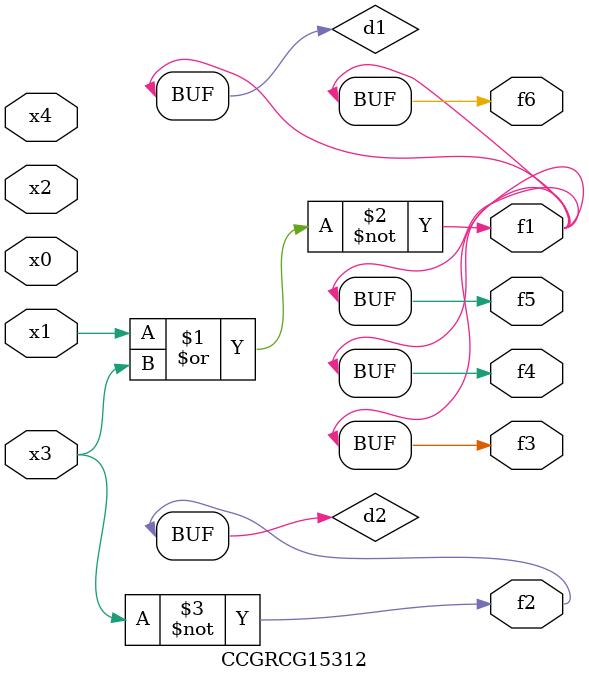
<source format=v>
module CCGRCG15312(
	input x0, x1, x2, x3, x4,
	output f1, f2, f3, f4, f5, f6
);

	wire d1, d2;

	nor (d1, x1, x3);
	not (d2, x3);
	assign f1 = d1;
	assign f2 = d2;
	assign f3 = d1;
	assign f4 = d1;
	assign f5 = d1;
	assign f6 = d1;
endmodule

</source>
